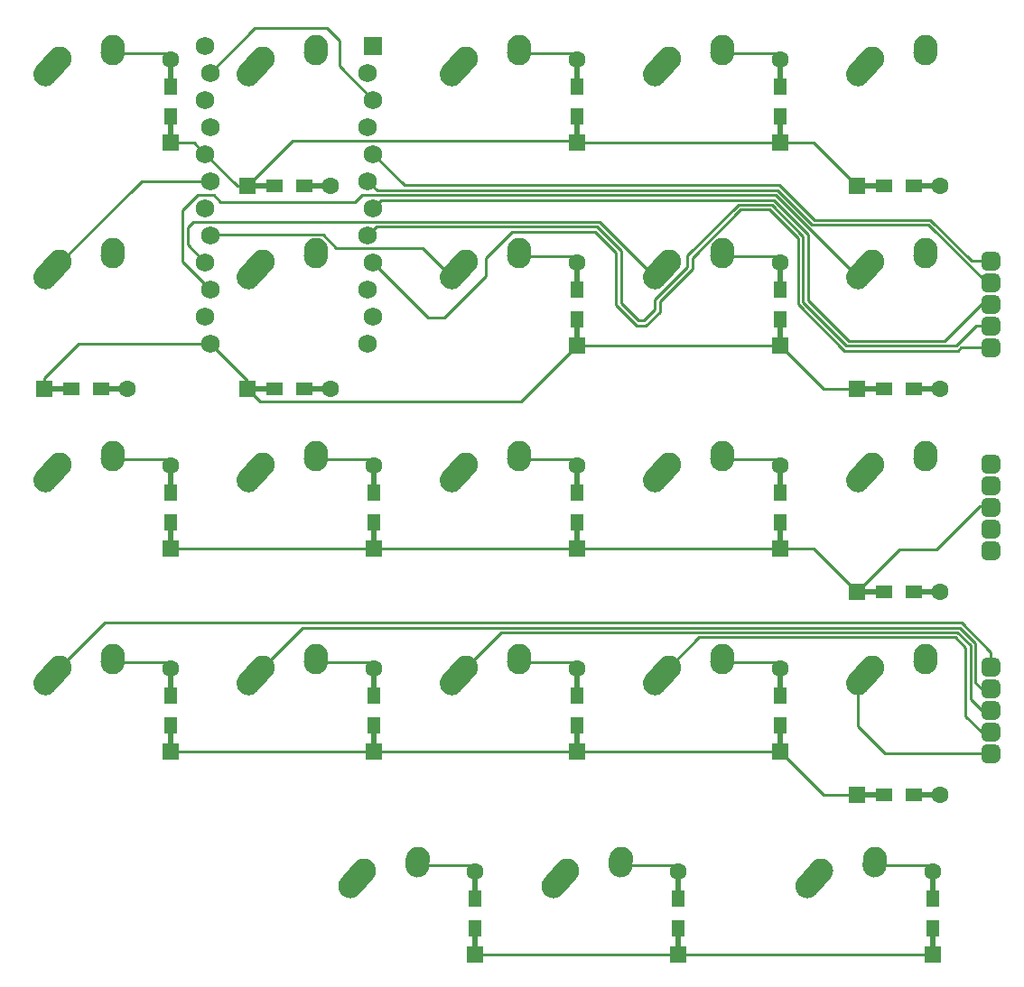
<source format=gbl>
%TF.GenerationSoftware,KiCad,Pcbnew,(5.1.12)-1*%
%TF.CreationDate,2022-01-01T12:52:38-05:00*%
%TF.ProjectId,my-keeb-1,6d792d6b-6565-4622-9d31-2e6b69636164,rev?*%
%TF.SameCoordinates,Original*%
%TF.FileFunction,Copper,L2,Bot*%
%TF.FilePolarity,Positive*%
%FSLAX46Y46*%
G04 Gerber Fmt 4.6, Leading zero omitted, Abs format (unit mm)*
G04 Created by KiCad (PCBNEW (5.1.12)-1) date 2022-01-01 12:52:38*
%MOMM*%
%LPD*%
G01*
G04 APERTURE LIST*
%TA.AperFunction,ComponentPad*%
%ADD10C,2.250000*%
%TD*%
%TA.AperFunction,ComponentPad*%
%ADD11C,1.752600*%
%TD*%
%TA.AperFunction,ComponentPad*%
%ADD12R,1.752600X1.752600*%
%TD*%
%TA.AperFunction,ComponentPad*%
%ADD13R,1.600000X1.600000*%
%TD*%
%TA.AperFunction,ComponentPad*%
%ADD14C,1.600000*%
%TD*%
%TA.AperFunction,SMDPad,CuDef*%
%ADD15R,0.500000X2.900000*%
%TD*%
%TA.AperFunction,SMDPad,CuDef*%
%ADD16R,1.200000X1.600000*%
%TD*%
%TA.AperFunction,SMDPad,CuDef*%
%ADD17R,2.900000X0.500000*%
%TD*%
%TA.AperFunction,SMDPad,CuDef*%
%ADD18R,1.600000X1.200000*%
%TD*%
%TA.AperFunction,Conductor*%
%ADD19C,0.254000*%
%TD*%
G04 APERTURE END LIST*
%TO.P,M3,5*%
%TO.N,COL9*%
%TA.AperFunction,ComponentPad*%
G36*
G01*
X107937300Y-36772850D02*
X107937300Y-37649150D01*
G75*
G02*
X107499150Y-38087300I-438150J0D01*
G01*
X106622850Y-38087300D01*
G75*
G02*
X106184700Y-37649150I0J438150D01*
G01*
X106184700Y-36772850D01*
G75*
G02*
X106622850Y-36334700I438150J0D01*
G01*
X107499150Y-36334700D01*
G75*
G02*
X107937300Y-36772850I0J-438150D01*
G01*
G37*
%TD.AperFunction*%
%TO.P,M3,4*%
%TO.N,COL8*%
%TA.AperFunction,ComponentPad*%
G36*
G01*
X107937300Y-38804850D02*
X107937300Y-39681150D01*
G75*
G02*
X107499150Y-40119300I-438150J0D01*
G01*
X106622850Y-40119300D01*
G75*
G02*
X106184700Y-39681150I0J438150D01*
G01*
X106184700Y-38804850D01*
G75*
G02*
X106622850Y-38366700I438150J0D01*
G01*
X107499150Y-38366700D01*
G75*
G02*
X107937300Y-38804850I0J-438150D01*
G01*
G37*
%TD.AperFunction*%
%TO.P,M3,3*%
%TO.N,COL7*%
%TA.AperFunction,ComponentPad*%
G36*
G01*
X107937300Y-40836850D02*
X107937300Y-41713150D01*
G75*
G02*
X107499150Y-42151300I-438150J0D01*
G01*
X106622850Y-42151300D01*
G75*
G02*
X106184700Y-41713150I0J438150D01*
G01*
X106184700Y-40836850D01*
G75*
G02*
X106622850Y-40398700I438150J0D01*
G01*
X107499150Y-40398700D01*
G75*
G02*
X107937300Y-40836850I0J-438150D01*
G01*
G37*
%TD.AperFunction*%
%TO.P,M3,2*%
%TO.N,COL6*%
%TA.AperFunction,ComponentPad*%
G36*
G01*
X107937300Y-42868850D02*
X107937300Y-43745150D01*
G75*
G02*
X107499150Y-44183300I-438150J0D01*
G01*
X106622850Y-44183300D01*
G75*
G02*
X106184700Y-43745150I0J438150D01*
G01*
X106184700Y-42868850D01*
G75*
G02*
X106622850Y-42430700I438150J0D01*
G01*
X107499150Y-42430700D01*
G75*
G02*
X107937300Y-42868850I0J-438150D01*
G01*
G37*
%TD.AperFunction*%
%TO.P,M3,1*%
%TO.N,COL5*%
%TA.AperFunction,ComponentPad*%
G36*
G01*
X107937300Y-44900850D02*
X107937300Y-45777150D01*
G75*
G02*
X107499150Y-46215300I-438150J0D01*
G01*
X106622850Y-46215300D01*
G75*
G02*
X106184700Y-45777150I0J438150D01*
G01*
X106184700Y-44900850D01*
G75*
G02*
X106622850Y-44462700I438150J0D01*
G01*
X107499150Y-44462700D01*
G75*
G02*
X107937300Y-44900850I0J-438150D01*
G01*
G37*
%TD.AperFunction*%
%TD*%
%TO.P,M2,5*%
%TO.N,COL4*%
%TA.AperFunction,ComponentPad*%
G36*
G01*
X106184700Y-83877150D02*
X106184700Y-83000850D01*
G75*
G02*
X106622850Y-82562700I438150J0D01*
G01*
X107499150Y-82562700D01*
G75*
G02*
X107937300Y-83000850I0J-438150D01*
G01*
X107937300Y-83877150D01*
G75*
G02*
X107499150Y-84315300I-438150J0D01*
G01*
X106622850Y-84315300D01*
G75*
G02*
X106184700Y-83877150I0J438150D01*
G01*
G37*
%TD.AperFunction*%
%TO.P,M2,4*%
%TO.N,COL3*%
%TA.AperFunction,ComponentPad*%
G36*
G01*
X106184700Y-81845150D02*
X106184700Y-80968850D01*
G75*
G02*
X106622850Y-80530700I438150J0D01*
G01*
X107499150Y-80530700D01*
G75*
G02*
X107937300Y-80968850I0J-438150D01*
G01*
X107937300Y-81845150D01*
G75*
G02*
X107499150Y-82283300I-438150J0D01*
G01*
X106622850Y-82283300D01*
G75*
G02*
X106184700Y-81845150I0J438150D01*
G01*
G37*
%TD.AperFunction*%
%TO.P,M2,3*%
%TO.N,COL2*%
%TA.AperFunction,ComponentPad*%
G36*
G01*
X106184700Y-79813150D02*
X106184700Y-78936850D01*
G75*
G02*
X106622850Y-78498700I438150J0D01*
G01*
X107499150Y-78498700D01*
G75*
G02*
X107937300Y-78936850I0J-438150D01*
G01*
X107937300Y-79813150D01*
G75*
G02*
X107499150Y-80251300I-438150J0D01*
G01*
X106622850Y-80251300D01*
G75*
G02*
X106184700Y-79813150I0J438150D01*
G01*
G37*
%TD.AperFunction*%
%TO.P,M2,2*%
%TO.N,COL1*%
%TA.AperFunction,ComponentPad*%
G36*
G01*
X106184700Y-77781150D02*
X106184700Y-76904850D01*
G75*
G02*
X106622850Y-76466700I438150J0D01*
G01*
X107499150Y-76466700D01*
G75*
G02*
X107937300Y-76904850I0J-438150D01*
G01*
X107937300Y-77781150D01*
G75*
G02*
X107499150Y-78219300I-438150J0D01*
G01*
X106622850Y-78219300D01*
G75*
G02*
X106184700Y-77781150I0J438150D01*
G01*
G37*
%TD.AperFunction*%
%TO.P,M2,1*%
%TO.N,COL0*%
%TA.AperFunction,ComponentPad*%
G36*
G01*
X106184700Y-75749150D02*
X106184700Y-74872850D01*
G75*
G02*
X106622850Y-74434700I438150J0D01*
G01*
X107499150Y-74434700D01*
G75*
G02*
X107937300Y-74872850I0J-438150D01*
G01*
X107937300Y-75749150D01*
G75*
G02*
X107499150Y-76187300I-438150J0D01*
G01*
X106622850Y-76187300D01*
G75*
G02*
X106184700Y-75749150I0J438150D01*
G01*
G37*
%TD.AperFunction*%
%TD*%
%TO.P,M1,5*%
%TO.N,ROW4*%
%TA.AperFunction,ComponentPad*%
G36*
G01*
X106184700Y-64827150D02*
X106184700Y-63950850D01*
G75*
G02*
X106622850Y-63512700I438150J0D01*
G01*
X107499150Y-63512700D01*
G75*
G02*
X107937300Y-63950850I0J-438150D01*
G01*
X107937300Y-64827150D01*
G75*
G02*
X107499150Y-65265300I-438150J0D01*
G01*
X106622850Y-65265300D01*
G75*
G02*
X106184700Y-64827150I0J438150D01*
G01*
G37*
%TD.AperFunction*%
%TO.P,M1,4*%
%TO.N,ROW3*%
%TA.AperFunction,ComponentPad*%
G36*
G01*
X106184700Y-62795150D02*
X106184700Y-61918850D01*
G75*
G02*
X106622850Y-61480700I438150J0D01*
G01*
X107499150Y-61480700D01*
G75*
G02*
X107937300Y-61918850I0J-438150D01*
G01*
X107937300Y-62795150D01*
G75*
G02*
X107499150Y-63233300I-438150J0D01*
G01*
X106622850Y-63233300D01*
G75*
G02*
X106184700Y-62795150I0J438150D01*
G01*
G37*
%TD.AperFunction*%
%TO.P,M1,3*%
%TO.N,ROW2*%
%TA.AperFunction,ComponentPad*%
G36*
G01*
X106184700Y-60763150D02*
X106184700Y-59886850D01*
G75*
G02*
X106622850Y-59448700I438150J0D01*
G01*
X107499150Y-59448700D01*
G75*
G02*
X107937300Y-59886850I0J-438150D01*
G01*
X107937300Y-60763150D01*
G75*
G02*
X107499150Y-61201300I-438150J0D01*
G01*
X106622850Y-61201300D01*
G75*
G02*
X106184700Y-60763150I0J438150D01*
G01*
G37*
%TD.AperFunction*%
%TO.P,M1,2*%
%TO.N,ROW1*%
%TA.AperFunction,ComponentPad*%
G36*
G01*
X106184700Y-58731150D02*
X106184700Y-57854850D01*
G75*
G02*
X106622850Y-57416700I438150J0D01*
G01*
X107499150Y-57416700D01*
G75*
G02*
X107937300Y-57854850I0J-438150D01*
G01*
X107937300Y-58731150D01*
G75*
G02*
X107499150Y-59169300I-438150J0D01*
G01*
X106622850Y-59169300D01*
G75*
G02*
X106184700Y-58731150I0J438150D01*
G01*
G37*
%TD.AperFunction*%
%TO.P,M1,1*%
%TO.N,ROW0*%
%TA.AperFunction,ComponentPad*%
G36*
G01*
X106184700Y-56699150D02*
X106184700Y-55822850D01*
G75*
G02*
X106622850Y-55384700I438150J0D01*
G01*
X107499150Y-55384700D01*
G75*
G02*
X107937300Y-55822850I0J-438150D01*
G01*
X107937300Y-56699150D01*
G75*
G02*
X107499150Y-57137300I-438150J0D01*
G01*
X106622850Y-57137300D01*
G75*
G02*
X106184700Y-56699150I0J438150D01*
G01*
G37*
%TD.AperFunction*%
%TD*%
D10*
%TO.P,MX19,1*%
%TO.N,COL4*%
X95925000Y-18225000D03*
%TA.AperFunction,ComponentPad*%
G36*
G01*
X93863688Y-20522350D02*
X93863683Y-20522345D01*
G75*
G02*
X93777655Y-18933683I751317J837345D01*
G01*
X95087657Y-17473683D01*
G75*
G02*
X96676319Y-17387655I837345J-751317D01*
G01*
X96676319Y-17387655D01*
G75*
G02*
X96762347Y-18976317I-751317J-837345D01*
G01*
X95452345Y-20436317D01*
G75*
G02*
X93863683Y-20522345I-837345J751317D01*
G01*
G37*
%TD.AperFunction*%
%TO.P,MX19,2*%
%TO.N,Net-(D19-Pad2)*%
X100965000Y-17145000D03*
%TA.AperFunction,ComponentPad*%
G36*
G01*
X100848483Y-18847395D02*
X100847597Y-18847334D01*
G75*
G02*
X99802666Y-17647597I77403J1122334D01*
G01*
X99842666Y-17067597D01*
G75*
G02*
X101042403Y-16022666I1122334J-77403D01*
G01*
X101042403Y-16022666D01*
G75*
G02*
X102087334Y-17222403I-77403J-1122334D01*
G01*
X102047334Y-17802403D01*
G75*
G02*
X100847597Y-18847334I-1122334J77403D01*
G01*
G37*
%TD.AperFunction*%
%TD*%
D11*
%TO.P,U1,24*%
%TO.N,Net-(U1-Pad24)*%
X33426400Y-16986250D03*
%TO.P,U1,12*%
%TO.N,ROW2*%
X48666400Y-44926250D03*
%TO.P,U1,23*%
%TO.N,GND*%
X33883600Y-19526250D03*
%TO.P,U1,22*%
%TO.N,Net-(SW1-Pad1)*%
X33426400Y-22066250D03*
%TO.P,U1,21*%
%TO.N,VCC*%
X33883600Y-24606250D03*
%TO.P,U1,20*%
%TO.N,ROW0*%
X33426400Y-27146250D03*
%TO.P,U1,19*%
%TO.N,COL0*%
X33883600Y-29686250D03*
%TO.P,U1,18*%
%TO.N,COL1*%
X33426400Y-32226250D03*
%TO.P,U1,17*%
%TO.N,COL2*%
X33883600Y-34766250D03*
%TO.P,U1,16*%
%TO.N,COL3*%
X33426400Y-37306250D03*
%TO.P,U1,15*%
%TO.N,COL4*%
X33883600Y-39846250D03*
%TO.P,U1,14*%
%TO.N,Net-(U1-Pad14)*%
X33426400Y-42386250D03*
%TO.P,U1,13*%
%TO.N,ROW1*%
X33883600Y-44926250D03*
%TO.P,U1,11*%
%TO.N,ROW3*%
X49123600Y-42386250D03*
%TO.P,U1,10*%
%TO.N,ROW4*%
X48666400Y-39846250D03*
%TO.P,U1,9*%
%TO.N,COL5*%
X49123600Y-37306250D03*
%TO.P,U1,8*%
%TO.N,COL6*%
X48666400Y-34766250D03*
%TO.P,U1,7*%
%TO.N,COL7*%
X49123600Y-32226250D03*
%TO.P,U1,6*%
%TO.N,COL8*%
X48666400Y-29686250D03*
%TO.P,U1,5*%
%TO.N,COL9*%
X49123600Y-27146250D03*
%TO.P,U1,4*%
%TO.N,GND*%
X48666400Y-24606250D03*
%TO.P,U1,3*%
X49123600Y-22066250D03*
%TO.P,U1,2*%
%TO.N,Net-(U1-Pad2)*%
X48666400Y-19526250D03*
D12*
%TO.P,U1,1*%
%TO.N,Net-(U1-Pad1)*%
X49123600Y-16986250D03*
%TD*%
%TO.P,MX23,2*%
%TO.N,Net-(D23-Pad2)*%
%TA.AperFunction,ComponentPad*%
G36*
G01*
X96085983Y-95047395D02*
X96085097Y-95047334D01*
G75*
G02*
X95040166Y-93847597I77403J1122334D01*
G01*
X95080166Y-93267597D01*
G75*
G02*
X96279903Y-92222666I1122334J-77403D01*
G01*
X96279903Y-92222666D01*
G75*
G02*
X97324834Y-93422403I-77403J-1122334D01*
G01*
X97284834Y-94002403D01*
G75*
G02*
X96085097Y-95047334I-1122334J77403D01*
G01*
G37*
%TD.AperFunction*%
D10*
X96202500Y-93345000D03*
%TO.P,MX23,1*%
%TO.N,COL4*%
%TA.AperFunction,ComponentPad*%
G36*
G01*
X89101188Y-96722350D02*
X89101183Y-96722345D01*
G75*
G02*
X89015155Y-95133683I751317J837345D01*
G01*
X90325157Y-93673683D01*
G75*
G02*
X91913819Y-93587655I837345J-751317D01*
G01*
X91913819Y-93587655D01*
G75*
G02*
X91999847Y-95176317I-751317J-837345D01*
G01*
X90689845Y-96636317D01*
G75*
G02*
X89101183Y-96722345I-837345J751317D01*
G01*
G37*
%TD.AperFunction*%
X91162500Y-94425000D03*
%TD*%
%TO.P,MX22,2*%
%TO.N,Net-(D22-Pad2)*%
%TA.AperFunction,ComponentPad*%
G36*
G01*
X100848483Y-75997395D02*
X100847597Y-75997334D01*
G75*
G02*
X99802666Y-74797597I77403J1122334D01*
G01*
X99842666Y-74217597D01*
G75*
G02*
X101042403Y-73172666I1122334J-77403D01*
G01*
X101042403Y-73172666D01*
G75*
G02*
X102087334Y-74372403I-77403J-1122334D01*
G01*
X102047334Y-74952403D01*
G75*
G02*
X100847597Y-75997334I-1122334J77403D01*
G01*
G37*
%TD.AperFunction*%
X100965000Y-74295000D03*
%TO.P,MX22,1*%
%TO.N,COL4*%
%TA.AperFunction,ComponentPad*%
G36*
G01*
X93863688Y-77672350D02*
X93863683Y-77672345D01*
G75*
G02*
X93777655Y-76083683I751317J837345D01*
G01*
X95087657Y-74623683D01*
G75*
G02*
X96676319Y-74537655I837345J-751317D01*
G01*
X96676319Y-74537655D01*
G75*
G02*
X96762347Y-76126317I-751317J-837345D01*
G01*
X95452345Y-77586317D01*
G75*
G02*
X93863683Y-77672345I-837345J751317D01*
G01*
G37*
%TD.AperFunction*%
X95925000Y-75375000D03*
%TD*%
%TO.P,MX21,2*%
%TO.N,Net-(D21-Pad2)*%
%TA.AperFunction,ComponentPad*%
G36*
G01*
X100848483Y-56947395D02*
X100847597Y-56947334D01*
G75*
G02*
X99802666Y-55747597I77403J1122334D01*
G01*
X99842666Y-55167597D01*
G75*
G02*
X101042403Y-54122666I1122334J-77403D01*
G01*
X101042403Y-54122666D01*
G75*
G02*
X102087334Y-55322403I-77403J-1122334D01*
G01*
X102047334Y-55902403D01*
G75*
G02*
X100847597Y-56947334I-1122334J77403D01*
G01*
G37*
%TD.AperFunction*%
X100965000Y-55245000D03*
%TO.P,MX21,1*%
%TO.N,COL4*%
%TA.AperFunction,ComponentPad*%
G36*
G01*
X93863688Y-58622350D02*
X93863683Y-58622345D01*
G75*
G02*
X93777655Y-57033683I751317J837345D01*
G01*
X95087657Y-55573683D01*
G75*
G02*
X96676319Y-55487655I837345J-751317D01*
G01*
X96676319Y-55487655D01*
G75*
G02*
X96762347Y-57076317I-751317J-837345D01*
G01*
X95452345Y-58536317D01*
G75*
G02*
X93863683Y-58622345I-837345J751317D01*
G01*
G37*
%TD.AperFunction*%
X95925000Y-56325000D03*
%TD*%
%TO.P,MX20,2*%
%TO.N,Net-(D20-Pad2)*%
%TA.AperFunction,ComponentPad*%
G36*
G01*
X100848483Y-37897395D02*
X100847597Y-37897334D01*
G75*
G02*
X99802666Y-36697597I77403J1122334D01*
G01*
X99842666Y-36117597D01*
G75*
G02*
X101042403Y-35072666I1122334J-77403D01*
G01*
X101042403Y-35072666D01*
G75*
G02*
X102087334Y-36272403I-77403J-1122334D01*
G01*
X102047334Y-36852403D01*
G75*
G02*
X100847597Y-37897334I-1122334J77403D01*
G01*
G37*
%TD.AperFunction*%
X100965000Y-36195000D03*
%TO.P,MX20,1*%
%TO.N,COL4*%
%TA.AperFunction,ComponentPad*%
G36*
G01*
X93863688Y-39572350D02*
X93863683Y-39572345D01*
G75*
G02*
X93777655Y-37983683I751317J837345D01*
G01*
X95087657Y-36523683D01*
G75*
G02*
X96676319Y-36437655I837345J-751317D01*
G01*
X96676319Y-36437655D01*
G75*
G02*
X96762347Y-38026317I-751317J-837345D01*
G01*
X95452345Y-39486317D01*
G75*
G02*
X93863683Y-39572345I-837345J751317D01*
G01*
G37*
%TD.AperFunction*%
X95925000Y-37275000D03*
%TD*%
%TO.P,MX18,2*%
%TO.N,Net-(D18-Pad2)*%
%TA.AperFunction,ComponentPad*%
G36*
G01*
X72273483Y-95047395D02*
X72272597Y-95047334D01*
G75*
G02*
X71227666Y-93847597I77403J1122334D01*
G01*
X71267666Y-93267597D01*
G75*
G02*
X72467403Y-92222666I1122334J-77403D01*
G01*
X72467403Y-92222666D01*
G75*
G02*
X73512334Y-93422403I-77403J-1122334D01*
G01*
X73472334Y-94002403D01*
G75*
G02*
X72272597Y-95047334I-1122334J77403D01*
G01*
G37*
%TD.AperFunction*%
X72390000Y-93345000D03*
%TO.P,MX18,1*%
%TO.N,COL3*%
%TA.AperFunction,ComponentPad*%
G36*
G01*
X65288688Y-96722350D02*
X65288683Y-96722345D01*
G75*
G02*
X65202655Y-95133683I751317J837345D01*
G01*
X66512657Y-93673683D01*
G75*
G02*
X68101319Y-93587655I837345J-751317D01*
G01*
X68101319Y-93587655D01*
G75*
G02*
X68187347Y-95176317I-751317J-837345D01*
G01*
X66877345Y-96636317D01*
G75*
G02*
X65288683Y-96722345I-837345J751317D01*
G01*
G37*
%TD.AperFunction*%
X67350000Y-94425000D03*
%TD*%
%TO.P,MX17,2*%
%TO.N,Net-(D17-Pad2)*%
%TA.AperFunction,ComponentPad*%
G36*
G01*
X81798483Y-75997395D02*
X81797597Y-75997334D01*
G75*
G02*
X80752666Y-74797597I77403J1122334D01*
G01*
X80792666Y-74217597D01*
G75*
G02*
X81992403Y-73172666I1122334J-77403D01*
G01*
X81992403Y-73172666D01*
G75*
G02*
X83037334Y-74372403I-77403J-1122334D01*
G01*
X82997334Y-74952403D01*
G75*
G02*
X81797597Y-75997334I-1122334J77403D01*
G01*
G37*
%TD.AperFunction*%
X81915000Y-74295000D03*
%TO.P,MX17,1*%
%TO.N,COL3*%
%TA.AperFunction,ComponentPad*%
G36*
G01*
X74813688Y-77672350D02*
X74813683Y-77672345D01*
G75*
G02*
X74727655Y-76083683I751317J837345D01*
G01*
X76037657Y-74623683D01*
G75*
G02*
X77626319Y-74537655I837345J-751317D01*
G01*
X77626319Y-74537655D01*
G75*
G02*
X77712347Y-76126317I-751317J-837345D01*
G01*
X76402345Y-77586317D01*
G75*
G02*
X74813683Y-77672345I-837345J751317D01*
G01*
G37*
%TD.AperFunction*%
X76875000Y-75375000D03*
%TD*%
%TO.P,MX16,2*%
%TO.N,Net-(D16-Pad2)*%
%TA.AperFunction,ComponentPad*%
G36*
G01*
X81798483Y-56947395D02*
X81797597Y-56947334D01*
G75*
G02*
X80752666Y-55747597I77403J1122334D01*
G01*
X80792666Y-55167597D01*
G75*
G02*
X81992403Y-54122666I1122334J-77403D01*
G01*
X81992403Y-54122666D01*
G75*
G02*
X83037334Y-55322403I-77403J-1122334D01*
G01*
X82997334Y-55902403D01*
G75*
G02*
X81797597Y-56947334I-1122334J77403D01*
G01*
G37*
%TD.AperFunction*%
X81915000Y-55245000D03*
%TO.P,MX16,1*%
%TO.N,COL3*%
%TA.AperFunction,ComponentPad*%
G36*
G01*
X74813688Y-58622350D02*
X74813683Y-58622345D01*
G75*
G02*
X74727655Y-57033683I751317J837345D01*
G01*
X76037657Y-55573683D01*
G75*
G02*
X77626319Y-55487655I837345J-751317D01*
G01*
X77626319Y-55487655D01*
G75*
G02*
X77712347Y-57076317I-751317J-837345D01*
G01*
X76402345Y-58536317D01*
G75*
G02*
X74813683Y-58622345I-837345J751317D01*
G01*
G37*
%TD.AperFunction*%
X76875000Y-56325000D03*
%TD*%
%TO.P,MX15,2*%
%TO.N,Net-(D15-Pad2)*%
%TA.AperFunction,ComponentPad*%
G36*
G01*
X81798483Y-37897395D02*
X81797597Y-37897334D01*
G75*
G02*
X80752666Y-36697597I77403J1122334D01*
G01*
X80792666Y-36117597D01*
G75*
G02*
X81992403Y-35072666I1122334J-77403D01*
G01*
X81992403Y-35072666D01*
G75*
G02*
X83037334Y-36272403I-77403J-1122334D01*
G01*
X82997334Y-36852403D01*
G75*
G02*
X81797597Y-37897334I-1122334J77403D01*
G01*
G37*
%TD.AperFunction*%
X81915000Y-36195000D03*
%TO.P,MX15,1*%
%TO.N,COL3*%
%TA.AperFunction,ComponentPad*%
G36*
G01*
X74813688Y-39572350D02*
X74813683Y-39572345D01*
G75*
G02*
X74727655Y-37983683I751317J837345D01*
G01*
X76037657Y-36523683D01*
G75*
G02*
X77626319Y-36437655I837345J-751317D01*
G01*
X77626319Y-36437655D01*
G75*
G02*
X77712347Y-38026317I-751317J-837345D01*
G01*
X76402345Y-39486317D01*
G75*
G02*
X74813683Y-39572345I-837345J751317D01*
G01*
G37*
%TD.AperFunction*%
X76875000Y-37275000D03*
%TD*%
%TO.P,MX14,2*%
%TO.N,Net-(D14-Pad2)*%
%TA.AperFunction,ComponentPad*%
G36*
G01*
X81798483Y-18847395D02*
X81797597Y-18847334D01*
G75*
G02*
X80752666Y-17647597I77403J1122334D01*
G01*
X80792666Y-17067597D01*
G75*
G02*
X81992403Y-16022666I1122334J-77403D01*
G01*
X81992403Y-16022666D01*
G75*
G02*
X83037334Y-17222403I-77403J-1122334D01*
G01*
X82997334Y-17802403D01*
G75*
G02*
X81797597Y-18847334I-1122334J77403D01*
G01*
G37*
%TD.AperFunction*%
X81915000Y-17145000D03*
%TO.P,MX14,1*%
%TO.N,COL3*%
%TA.AperFunction,ComponentPad*%
G36*
G01*
X74813688Y-20522350D02*
X74813683Y-20522345D01*
G75*
G02*
X74727655Y-18933683I751317J837345D01*
G01*
X76037657Y-17473683D01*
G75*
G02*
X77626319Y-17387655I837345J-751317D01*
G01*
X77626319Y-17387655D01*
G75*
G02*
X77712347Y-18976317I-751317J-837345D01*
G01*
X76402345Y-20436317D01*
G75*
G02*
X74813683Y-20522345I-837345J751317D01*
G01*
G37*
%TD.AperFunction*%
X76875000Y-18225000D03*
%TD*%
%TO.P,MX13,2*%
%TO.N,Net-(D13-Pad2)*%
%TA.AperFunction,ComponentPad*%
G36*
G01*
X53223483Y-95047395D02*
X53222597Y-95047334D01*
G75*
G02*
X52177666Y-93847597I77403J1122334D01*
G01*
X52217666Y-93267597D01*
G75*
G02*
X53417403Y-92222666I1122334J-77403D01*
G01*
X53417403Y-92222666D01*
G75*
G02*
X54462334Y-93422403I-77403J-1122334D01*
G01*
X54422334Y-94002403D01*
G75*
G02*
X53222597Y-95047334I-1122334J77403D01*
G01*
G37*
%TD.AperFunction*%
X53340000Y-93345000D03*
%TO.P,MX13,1*%
%TO.N,COL2*%
%TA.AperFunction,ComponentPad*%
G36*
G01*
X46238688Y-96722350D02*
X46238683Y-96722345D01*
G75*
G02*
X46152655Y-95133683I751317J837345D01*
G01*
X47462657Y-93673683D01*
G75*
G02*
X49051319Y-93587655I837345J-751317D01*
G01*
X49051319Y-93587655D01*
G75*
G02*
X49137347Y-95176317I-751317J-837345D01*
G01*
X47827345Y-96636317D01*
G75*
G02*
X46238683Y-96722345I-837345J751317D01*
G01*
G37*
%TD.AperFunction*%
X48300000Y-94425000D03*
%TD*%
%TO.P,MX12,2*%
%TO.N,Net-(D12-Pad2)*%
%TA.AperFunction,ComponentPad*%
G36*
G01*
X62748483Y-75997395D02*
X62747597Y-75997334D01*
G75*
G02*
X61702666Y-74797597I77403J1122334D01*
G01*
X61742666Y-74217597D01*
G75*
G02*
X62942403Y-73172666I1122334J-77403D01*
G01*
X62942403Y-73172666D01*
G75*
G02*
X63987334Y-74372403I-77403J-1122334D01*
G01*
X63947334Y-74952403D01*
G75*
G02*
X62747597Y-75997334I-1122334J77403D01*
G01*
G37*
%TD.AperFunction*%
X62865000Y-74295000D03*
%TO.P,MX12,1*%
%TO.N,COL2*%
%TA.AperFunction,ComponentPad*%
G36*
G01*
X55763688Y-77672350D02*
X55763683Y-77672345D01*
G75*
G02*
X55677655Y-76083683I751317J837345D01*
G01*
X56987657Y-74623683D01*
G75*
G02*
X58576319Y-74537655I837345J-751317D01*
G01*
X58576319Y-74537655D01*
G75*
G02*
X58662347Y-76126317I-751317J-837345D01*
G01*
X57352345Y-77586317D01*
G75*
G02*
X55763683Y-77672345I-837345J751317D01*
G01*
G37*
%TD.AperFunction*%
X57825000Y-75375000D03*
%TD*%
%TO.P,MX11,2*%
%TO.N,Net-(D11-Pad2)*%
%TA.AperFunction,ComponentPad*%
G36*
G01*
X62748483Y-56947395D02*
X62747597Y-56947334D01*
G75*
G02*
X61702666Y-55747597I77403J1122334D01*
G01*
X61742666Y-55167597D01*
G75*
G02*
X62942403Y-54122666I1122334J-77403D01*
G01*
X62942403Y-54122666D01*
G75*
G02*
X63987334Y-55322403I-77403J-1122334D01*
G01*
X63947334Y-55902403D01*
G75*
G02*
X62747597Y-56947334I-1122334J77403D01*
G01*
G37*
%TD.AperFunction*%
X62865000Y-55245000D03*
%TO.P,MX11,1*%
%TO.N,COL2*%
%TA.AperFunction,ComponentPad*%
G36*
G01*
X55763688Y-58622350D02*
X55763683Y-58622345D01*
G75*
G02*
X55677655Y-57033683I751317J837345D01*
G01*
X56987657Y-55573683D01*
G75*
G02*
X58576319Y-55487655I837345J-751317D01*
G01*
X58576319Y-55487655D01*
G75*
G02*
X58662347Y-57076317I-751317J-837345D01*
G01*
X57352345Y-58536317D01*
G75*
G02*
X55763683Y-58622345I-837345J751317D01*
G01*
G37*
%TD.AperFunction*%
X57825000Y-56325000D03*
%TD*%
%TO.P,MX10,2*%
%TO.N,Net-(D10-Pad2)*%
%TA.AperFunction,ComponentPad*%
G36*
G01*
X62748483Y-37897395D02*
X62747597Y-37897334D01*
G75*
G02*
X61702666Y-36697597I77403J1122334D01*
G01*
X61742666Y-36117597D01*
G75*
G02*
X62942403Y-35072666I1122334J-77403D01*
G01*
X62942403Y-35072666D01*
G75*
G02*
X63987334Y-36272403I-77403J-1122334D01*
G01*
X63947334Y-36852403D01*
G75*
G02*
X62747597Y-37897334I-1122334J77403D01*
G01*
G37*
%TD.AperFunction*%
X62865000Y-36195000D03*
%TO.P,MX10,1*%
%TO.N,COL2*%
%TA.AperFunction,ComponentPad*%
G36*
G01*
X55763688Y-39572350D02*
X55763683Y-39572345D01*
G75*
G02*
X55677655Y-37983683I751317J837345D01*
G01*
X56987657Y-36523683D01*
G75*
G02*
X58576319Y-36437655I837345J-751317D01*
G01*
X58576319Y-36437655D01*
G75*
G02*
X58662347Y-38026317I-751317J-837345D01*
G01*
X57352345Y-39486317D01*
G75*
G02*
X55763683Y-39572345I-837345J751317D01*
G01*
G37*
%TD.AperFunction*%
X57825000Y-37275000D03*
%TD*%
%TO.P,MX9,2*%
%TO.N,Net-(D9-Pad2)*%
%TA.AperFunction,ComponentPad*%
G36*
G01*
X62748483Y-18847395D02*
X62747597Y-18847334D01*
G75*
G02*
X61702666Y-17647597I77403J1122334D01*
G01*
X61742666Y-17067597D01*
G75*
G02*
X62942403Y-16022666I1122334J-77403D01*
G01*
X62942403Y-16022666D01*
G75*
G02*
X63987334Y-17222403I-77403J-1122334D01*
G01*
X63947334Y-17802403D01*
G75*
G02*
X62747597Y-18847334I-1122334J77403D01*
G01*
G37*
%TD.AperFunction*%
X62865000Y-17145000D03*
%TO.P,MX9,1*%
%TO.N,COL2*%
%TA.AperFunction,ComponentPad*%
G36*
G01*
X55763688Y-20522350D02*
X55763683Y-20522345D01*
G75*
G02*
X55677655Y-18933683I751317J837345D01*
G01*
X56987657Y-17473683D01*
G75*
G02*
X58576319Y-17387655I837345J-751317D01*
G01*
X58576319Y-17387655D01*
G75*
G02*
X58662347Y-18976317I-751317J-837345D01*
G01*
X57352345Y-20436317D01*
G75*
G02*
X55763683Y-20522345I-837345J751317D01*
G01*
G37*
%TD.AperFunction*%
X57825000Y-18225000D03*
%TD*%
%TO.P,MX8,2*%
%TO.N,Net-(D8-Pad2)*%
%TA.AperFunction,ComponentPad*%
G36*
G01*
X43698483Y-75997395D02*
X43697597Y-75997334D01*
G75*
G02*
X42652666Y-74797597I77403J1122334D01*
G01*
X42692666Y-74217597D01*
G75*
G02*
X43892403Y-73172666I1122334J-77403D01*
G01*
X43892403Y-73172666D01*
G75*
G02*
X44937334Y-74372403I-77403J-1122334D01*
G01*
X44897334Y-74952403D01*
G75*
G02*
X43697597Y-75997334I-1122334J77403D01*
G01*
G37*
%TD.AperFunction*%
X43815000Y-74295000D03*
%TO.P,MX8,1*%
%TO.N,COL1*%
%TA.AperFunction,ComponentPad*%
G36*
G01*
X36713688Y-77672350D02*
X36713683Y-77672345D01*
G75*
G02*
X36627655Y-76083683I751317J837345D01*
G01*
X37937657Y-74623683D01*
G75*
G02*
X39526319Y-74537655I837345J-751317D01*
G01*
X39526319Y-74537655D01*
G75*
G02*
X39612347Y-76126317I-751317J-837345D01*
G01*
X38302345Y-77586317D01*
G75*
G02*
X36713683Y-77672345I-837345J751317D01*
G01*
G37*
%TD.AperFunction*%
X38775000Y-75375000D03*
%TD*%
%TO.P,MX7,2*%
%TO.N,Net-(D7-Pad2)*%
%TA.AperFunction,ComponentPad*%
G36*
G01*
X43698483Y-56947395D02*
X43697597Y-56947334D01*
G75*
G02*
X42652666Y-55747597I77403J1122334D01*
G01*
X42692666Y-55167597D01*
G75*
G02*
X43892403Y-54122666I1122334J-77403D01*
G01*
X43892403Y-54122666D01*
G75*
G02*
X44937334Y-55322403I-77403J-1122334D01*
G01*
X44897334Y-55902403D01*
G75*
G02*
X43697597Y-56947334I-1122334J77403D01*
G01*
G37*
%TD.AperFunction*%
X43815000Y-55245000D03*
%TO.P,MX7,1*%
%TO.N,COL1*%
%TA.AperFunction,ComponentPad*%
G36*
G01*
X36713688Y-58622350D02*
X36713683Y-58622345D01*
G75*
G02*
X36627655Y-57033683I751317J837345D01*
G01*
X37937657Y-55573683D01*
G75*
G02*
X39526319Y-55487655I837345J-751317D01*
G01*
X39526319Y-55487655D01*
G75*
G02*
X39612347Y-57076317I-751317J-837345D01*
G01*
X38302345Y-58536317D01*
G75*
G02*
X36713683Y-58622345I-837345J751317D01*
G01*
G37*
%TD.AperFunction*%
X38775000Y-56325000D03*
%TD*%
%TO.P,MX6,2*%
%TO.N,Net-(D6-Pad2)*%
%TA.AperFunction,ComponentPad*%
G36*
G01*
X43698483Y-37897395D02*
X43697597Y-37897334D01*
G75*
G02*
X42652666Y-36697597I77403J1122334D01*
G01*
X42692666Y-36117597D01*
G75*
G02*
X43892403Y-35072666I1122334J-77403D01*
G01*
X43892403Y-35072666D01*
G75*
G02*
X44937334Y-36272403I-77403J-1122334D01*
G01*
X44897334Y-36852403D01*
G75*
G02*
X43697597Y-37897334I-1122334J77403D01*
G01*
G37*
%TD.AperFunction*%
X43815000Y-36195000D03*
%TO.P,MX6,1*%
%TO.N,COL1*%
%TA.AperFunction,ComponentPad*%
G36*
G01*
X36713688Y-39572350D02*
X36713683Y-39572345D01*
G75*
G02*
X36627655Y-37983683I751317J837345D01*
G01*
X37937657Y-36523683D01*
G75*
G02*
X39526319Y-36437655I837345J-751317D01*
G01*
X39526319Y-36437655D01*
G75*
G02*
X39612347Y-38026317I-751317J-837345D01*
G01*
X38302345Y-39486317D01*
G75*
G02*
X36713683Y-39572345I-837345J751317D01*
G01*
G37*
%TD.AperFunction*%
X38775000Y-37275000D03*
%TD*%
%TO.P,MX5,2*%
%TO.N,Net-(D5-Pad2)*%
%TA.AperFunction,ComponentPad*%
G36*
G01*
X43698483Y-18847395D02*
X43697597Y-18847334D01*
G75*
G02*
X42652666Y-17647597I77403J1122334D01*
G01*
X42692666Y-17067597D01*
G75*
G02*
X43892403Y-16022666I1122334J-77403D01*
G01*
X43892403Y-16022666D01*
G75*
G02*
X44937334Y-17222403I-77403J-1122334D01*
G01*
X44897334Y-17802403D01*
G75*
G02*
X43697597Y-18847334I-1122334J77403D01*
G01*
G37*
%TD.AperFunction*%
X43815000Y-17145000D03*
%TO.P,MX5,1*%
%TO.N,COL1*%
%TA.AperFunction,ComponentPad*%
G36*
G01*
X36713688Y-20522350D02*
X36713683Y-20522345D01*
G75*
G02*
X36627655Y-18933683I751317J837345D01*
G01*
X37937657Y-17473683D01*
G75*
G02*
X39526319Y-17387655I837345J-751317D01*
G01*
X39526319Y-17387655D01*
G75*
G02*
X39612347Y-18976317I-751317J-837345D01*
G01*
X38302345Y-20436317D01*
G75*
G02*
X36713683Y-20522345I-837345J751317D01*
G01*
G37*
%TD.AperFunction*%
X38775000Y-18225000D03*
%TD*%
%TO.P,MX4,2*%
%TO.N,Net-(D4-Pad2)*%
%TA.AperFunction,ComponentPad*%
G36*
G01*
X24648483Y-75997395D02*
X24647597Y-75997334D01*
G75*
G02*
X23602666Y-74797597I77403J1122334D01*
G01*
X23642666Y-74217597D01*
G75*
G02*
X24842403Y-73172666I1122334J-77403D01*
G01*
X24842403Y-73172666D01*
G75*
G02*
X25887334Y-74372403I-77403J-1122334D01*
G01*
X25847334Y-74952403D01*
G75*
G02*
X24647597Y-75997334I-1122334J77403D01*
G01*
G37*
%TD.AperFunction*%
X24765000Y-74295000D03*
%TO.P,MX4,1*%
%TO.N,COL0*%
%TA.AperFunction,ComponentPad*%
G36*
G01*
X17663688Y-77672350D02*
X17663683Y-77672345D01*
G75*
G02*
X17577655Y-76083683I751317J837345D01*
G01*
X18887657Y-74623683D01*
G75*
G02*
X20476319Y-74537655I837345J-751317D01*
G01*
X20476319Y-74537655D01*
G75*
G02*
X20562347Y-76126317I-751317J-837345D01*
G01*
X19252345Y-77586317D01*
G75*
G02*
X17663683Y-77672345I-837345J751317D01*
G01*
G37*
%TD.AperFunction*%
X19725000Y-75375000D03*
%TD*%
%TO.P,MX3,2*%
%TO.N,Net-(D3-Pad2)*%
%TA.AperFunction,ComponentPad*%
G36*
G01*
X24648483Y-56947395D02*
X24647597Y-56947334D01*
G75*
G02*
X23602666Y-55747597I77403J1122334D01*
G01*
X23642666Y-55167597D01*
G75*
G02*
X24842403Y-54122666I1122334J-77403D01*
G01*
X24842403Y-54122666D01*
G75*
G02*
X25887334Y-55322403I-77403J-1122334D01*
G01*
X25847334Y-55902403D01*
G75*
G02*
X24647597Y-56947334I-1122334J77403D01*
G01*
G37*
%TD.AperFunction*%
X24765000Y-55245000D03*
%TO.P,MX3,1*%
%TO.N,COL0*%
%TA.AperFunction,ComponentPad*%
G36*
G01*
X17663688Y-58622350D02*
X17663683Y-58622345D01*
G75*
G02*
X17577655Y-57033683I751317J837345D01*
G01*
X18887657Y-55573683D01*
G75*
G02*
X20476319Y-55487655I837345J-751317D01*
G01*
X20476319Y-55487655D01*
G75*
G02*
X20562347Y-57076317I-751317J-837345D01*
G01*
X19252345Y-58536317D01*
G75*
G02*
X17663683Y-58622345I-837345J751317D01*
G01*
G37*
%TD.AperFunction*%
X19725000Y-56325000D03*
%TD*%
%TO.P,MX2,2*%
%TO.N,Net-(D2-Pad2)*%
%TA.AperFunction,ComponentPad*%
G36*
G01*
X24648483Y-37897395D02*
X24647597Y-37897334D01*
G75*
G02*
X23602666Y-36697597I77403J1122334D01*
G01*
X23642666Y-36117597D01*
G75*
G02*
X24842403Y-35072666I1122334J-77403D01*
G01*
X24842403Y-35072666D01*
G75*
G02*
X25887334Y-36272403I-77403J-1122334D01*
G01*
X25847334Y-36852403D01*
G75*
G02*
X24647597Y-37897334I-1122334J77403D01*
G01*
G37*
%TD.AperFunction*%
X24765000Y-36195000D03*
%TO.P,MX2,1*%
%TO.N,COL0*%
%TA.AperFunction,ComponentPad*%
G36*
G01*
X17663688Y-39572350D02*
X17663683Y-39572345D01*
G75*
G02*
X17577655Y-37983683I751317J837345D01*
G01*
X18887657Y-36523683D01*
G75*
G02*
X20476319Y-36437655I837345J-751317D01*
G01*
X20476319Y-36437655D01*
G75*
G02*
X20562347Y-38026317I-751317J-837345D01*
G01*
X19252345Y-39486317D01*
G75*
G02*
X17663683Y-39572345I-837345J751317D01*
G01*
G37*
%TD.AperFunction*%
X19725000Y-37275000D03*
%TD*%
%TO.P,MX1,2*%
%TO.N,Net-(D1-Pad2)*%
%TA.AperFunction,ComponentPad*%
G36*
G01*
X24648483Y-18847395D02*
X24647597Y-18847334D01*
G75*
G02*
X23602666Y-17647597I77403J1122334D01*
G01*
X23642666Y-17067597D01*
G75*
G02*
X24842403Y-16022666I1122334J-77403D01*
G01*
X24842403Y-16022666D01*
G75*
G02*
X25887334Y-17222403I-77403J-1122334D01*
G01*
X25847334Y-17802403D01*
G75*
G02*
X24647597Y-18847334I-1122334J77403D01*
G01*
G37*
%TD.AperFunction*%
X24765000Y-17145000D03*
%TO.P,MX1,1*%
%TO.N,COL0*%
%TA.AperFunction,ComponentPad*%
G36*
G01*
X17663688Y-20522350D02*
X17663683Y-20522345D01*
G75*
G02*
X17577655Y-18933683I751317J837345D01*
G01*
X18887657Y-17473683D01*
G75*
G02*
X20476319Y-17387655I837345J-751317D01*
G01*
X20476319Y-17387655D01*
G75*
G02*
X20562347Y-18976317I-751317J-837345D01*
G01*
X19252345Y-20436317D01*
G75*
G02*
X17663683Y-20522345I-837345J751317D01*
G01*
G37*
%TD.AperFunction*%
X19725000Y-18225000D03*
%TD*%
D13*
%TO.P,D23,1*%
%TO.N,ROW4*%
X101600000Y-102325000D03*
D14*
%TO.P,D23,2*%
%TO.N,Net-(D23-Pad2)*%
X101600000Y-94525000D03*
D15*
%TO.P,D23,1*%
%TO.N,ROW4*%
X101600000Y-100925000D03*
D16*
X101600000Y-99825000D03*
%TO.P,D23,2*%
%TO.N,Net-(D23-Pad2)*%
X101600000Y-97025000D03*
D15*
X101600000Y-95925000D03*
%TD*%
D13*
%TO.P,D22,1*%
%TO.N,ROW3*%
X94525000Y-87312500D03*
D14*
%TO.P,D22,2*%
%TO.N,Net-(D22-Pad2)*%
X102325000Y-87312500D03*
D17*
%TO.P,D22,1*%
%TO.N,ROW3*%
X95925000Y-87312500D03*
D18*
X97025000Y-87312500D03*
%TO.P,D22,2*%
%TO.N,Net-(D22-Pad2)*%
X99825000Y-87312500D03*
D17*
X100925000Y-87312500D03*
%TD*%
D13*
%TO.P,D21,1*%
%TO.N,ROW2*%
X94525000Y-68262500D03*
D14*
%TO.P,D21,2*%
%TO.N,Net-(D21-Pad2)*%
X102325000Y-68262500D03*
D17*
%TO.P,D21,1*%
%TO.N,ROW2*%
X95925000Y-68262500D03*
D18*
X97025000Y-68262500D03*
%TO.P,D21,2*%
%TO.N,Net-(D21-Pad2)*%
X99825000Y-68262500D03*
D17*
X100925000Y-68262500D03*
%TD*%
%TO.P,D20,2*%
%TO.N,Net-(D20-Pad2)*%
X100925000Y-49212500D03*
D18*
X99825000Y-49212500D03*
%TO.P,D20,1*%
%TO.N,ROW1*%
X97025000Y-49212500D03*
D17*
X95925000Y-49212500D03*
D14*
%TO.P,D20,2*%
%TO.N,Net-(D20-Pad2)*%
X102325000Y-49212500D03*
D13*
%TO.P,D20,1*%
%TO.N,ROW1*%
X94525000Y-49212500D03*
%TD*%
%TO.P,D19,1*%
%TO.N,ROW0*%
X94525000Y-30162500D03*
D14*
%TO.P,D19,2*%
%TO.N,Net-(D19-Pad2)*%
X102325000Y-30162500D03*
D17*
%TO.P,D19,1*%
%TO.N,ROW0*%
X95925000Y-30162500D03*
D18*
X97025000Y-30162500D03*
%TO.P,D19,2*%
%TO.N,Net-(D19-Pad2)*%
X99825000Y-30162500D03*
D17*
X100925000Y-30162500D03*
%TD*%
D13*
%TO.P,D18,1*%
%TO.N,ROW4*%
X77787500Y-102325000D03*
D14*
%TO.P,D18,2*%
%TO.N,Net-(D18-Pad2)*%
X77787500Y-94525000D03*
D15*
%TO.P,D18,1*%
%TO.N,ROW4*%
X77787500Y-100925000D03*
D16*
X77787500Y-99825000D03*
%TO.P,D18,2*%
%TO.N,Net-(D18-Pad2)*%
X77787500Y-97025000D03*
D15*
X77787500Y-95925000D03*
%TD*%
D13*
%TO.P,D17,1*%
%TO.N,ROW3*%
X87312500Y-83275000D03*
D14*
%TO.P,D17,2*%
%TO.N,Net-(D17-Pad2)*%
X87312500Y-75475000D03*
D15*
%TO.P,D17,1*%
%TO.N,ROW3*%
X87312500Y-81875000D03*
D16*
X87312500Y-80775000D03*
%TO.P,D17,2*%
%TO.N,Net-(D17-Pad2)*%
X87312500Y-77975000D03*
D15*
X87312500Y-76875000D03*
%TD*%
D13*
%TO.P,D16,1*%
%TO.N,ROW2*%
X87312500Y-64225000D03*
D14*
%TO.P,D16,2*%
%TO.N,Net-(D16-Pad2)*%
X87312500Y-56425000D03*
D15*
%TO.P,D16,1*%
%TO.N,ROW2*%
X87312500Y-62825000D03*
D16*
X87312500Y-61725000D03*
%TO.P,D16,2*%
%TO.N,Net-(D16-Pad2)*%
X87312500Y-58925000D03*
D15*
X87312500Y-57825000D03*
%TD*%
D13*
%TO.P,D15,1*%
%TO.N,ROW1*%
X87312500Y-45175000D03*
D14*
%TO.P,D15,2*%
%TO.N,Net-(D15-Pad2)*%
X87312500Y-37375000D03*
D15*
%TO.P,D15,1*%
%TO.N,ROW1*%
X87312500Y-43775000D03*
D16*
X87312500Y-42675000D03*
%TO.P,D15,2*%
%TO.N,Net-(D15-Pad2)*%
X87312500Y-39875000D03*
D15*
X87312500Y-38775000D03*
%TD*%
D13*
%TO.P,D14,1*%
%TO.N,ROW0*%
X87312500Y-26125000D03*
D14*
%TO.P,D14,2*%
%TO.N,Net-(D14-Pad2)*%
X87312500Y-18325000D03*
D15*
%TO.P,D14,1*%
%TO.N,ROW0*%
X87312500Y-24725000D03*
D16*
X87312500Y-23625000D03*
%TO.P,D14,2*%
%TO.N,Net-(D14-Pad2)*%
X87312500Y-20825000D03*
D15*
X87312500Y-19725000D03*
%TD*%
D13*
%TO.P,D13,1*%
%TO.N,ROW4*%
X58737500Y-102325000D03*
D14*
%TO.P,D13,2*%
%TO.N,Net-(D13-Pad2)*%
X58737500Y-94525000D03*
D15*
%TO.P,D13,1*%
%TO.N,ROW4*%
X58737500Y-100925000D03*
D16*
X58737500Y-99825000D03*
%TO.P,D13,2*%
%TO.N,Net-(D13-Pad2)*%
X58737500Y-97025000D03*
D15*
X58737500Y-95925000D03*
%TD*%
D13*
%TO.P,D12,1*%
%TO.N,ROW3*%
X68262500Y-83275000D03*
D14*
%TO.P,D12,2*%
%TO.N,Net-(D12-Pad2)*%
X68262500Y-75475000D03*
D15*
%TO.P,D12,1*%
%TO.N,ROW3*%
X68262500Y-81875000D03*
D16*
X68262500Y-80775000D03*
%TO.P,D12,2*%
%TO.N,Net-(D12-Pad2)*%
X68262500Y-77975000D03*
D15*
X68262500Y-76875000D03*
%TD*%
D13*
%TO.P,D11,1*%
%TO.N,ROW2*%
X68262500Y-64225000D03*
D14*
%TO.P,D11,2*%
%TO.N,Net-(D11-Pad2)*%
X68262500Y-56425000D03*
D15*
%TO.P,D11,1*%
%TO.N,ROW2*%
X68262500Y-62825000D03*
D16*
X68262500Y-61725000D03*
%TO.P,D11,2*%
%TO.N,Net-(D11-Pad2)*%
X68262500Y-58925000D03*
D15*
X68262500Y-57825000D03*
%TD*%
D13*
%TO.P,D10,1*%
%TO.N,ROW1*%
X68262500Y-45175000D03*
D14*
%TO.P,D10,2*%
%TO.N,Net-(D10-Pad2)*%
X68262500Y-37375000D03*
D15*
%TO.P,D10,1*%
%TO.N,ROW1*%
X68262500Y-43775000D03*
D16*
X68262500Y-42675000D03*
%TO.P,D10,2*%
%TO.N,Net-(D10-Pad2)*%
X68262500Y-39875000D03*
D15*
X68262500Y-38775000D03*
%TD*%
D13*
%TO.P,D9,1*%
%TO.N,ROW0*%
X68262500Y-26125000D03*
D14*
%TO.P,D9,2*%
%TO.N,Net-(D9-Pad2)*%
X68262500Y-18325000D03*
D15*
%TO.P,D9,1*%
%TO.N,ROW0*%
X68262500Y-24725000D03*
D16*
X68262500Y-23625000D03*
%TO.P,D9,2*%
%TO.N,Net-(D9-Pad2)*%
X68262500Y-20825000D03*
D15*
X68262500Y-19725000D03*
%TD*%
D13*
%TO.P,D8,1*%
%TO.N,ROW3*%
X49212500Y-83275000D03*
D14*
%TO.P,D8,2*%
%TO.N,Net-(D8-Pad2)*%
X49212500Y-75475000D03*
D15*
%TO.P,D8,1*%
%TO.N,ROW3*%
X49212500Y-81875000D03*
D16*
X49212500Y-80775000D03*
%TO.P,D8,2*%
%TO.N,Net-(D8-Pad2)*%
X49212500Y-77975000D03*
D15*
X49212500Y-76875000D03*
%TD*%
D13*
%TO.P,D7,1*%
%TO.N,ROW2*%
X49212500Y-64225000D03*
D14*
%TO.P,D7,2*%
%TO.N,Net-(D7-Pad2)*%
X49212500Y-56425000D03*
D15*
%TO.P,D7,1*%
%TO.N,ROW2*%
X49212500Y-62825000D03*
D16*
X49212500Y-61725000D03*
%TO.P,D7,2*%
%TO.N,Net-(D7-Pad2)*%
X49212500Y-58925000D03*
D15*
X49212500Y-57825000D03*
%TD*%
D13*
%TO.P,D6,1*%
%TO.N,ROW1*%
X37375000Y-49212500D03*
D14*
%TO.P,D6,2*%
%TO.N,Net-(D6-Pad2)*%
X45175000Y-49212500D03*
D17*
%TO.P,D6,1*%
%TO.N,ROW1*%
X38775000Y-49212500D03*
D18*
X39875000Y-49212500D03*
%TO.P,D6,2*%
%TO.N,Net-(D6-Pad2)*%
X42675000Y-49212500D03*
D17*
X43775000Y-49212500D03*
%TD*%
D13*
%TO.P,D5,1*%
%TO.N,ROW0*%
X37375000Y-30162500D03*
D14*
%TO.P,D5,2*%
%TO.N,Net-(D5-Pad2)*%
X45175000Y-30162500D03*
D17*
%TO.P,D5,1*%
%TO.N,ROW0*%
X38775000Y-30162500D03*
D18*
X39875000Y-30162500D03*
%TO.P,D5,2*%
%TO.N,Net-(D5-Pad2)*%
X42675000Y-30162500D03*
D17*
X43775000Y-30162500D03*
%TD*%
D13*
%TO.P,D4,1*%
%TO.N,ROW3*%
X30162500Y-83275000D03*
D14*
%TO.P,D4,2*%
%TO.N,Net-(D4-Pad2)*%
X30162500Y-75475000D03*
D15*
%TO.P,D4,1*%
%TO.N,ROW3*%
X30162500Y-81875000D03*
D16*
X30162500Y-80775000D03*
%TO.P,D4,2*%
%TO.N,Net-(D4-Pad2)*%
X30162500Y-77975000D03*
D15*
X30162500Y-76875000D03*
%TD*%
D13*
%TO.P,D3,1*%
%TO.N,ROW2*%
X30162500Y-64225000D03*
D14*
%TO.P,D3,2*%
%TO.N,Net-(D3-Pad2)*%
X30162500Y-56425000D03*
D15*
%TO.P,D3,1*%
%TO.N,ROW2*%
X30162500Y-62825000D03*
D16*
X30162500Y-61725000D03*
%TO.P,D3,2*%
%TO.N,Net-(D3-Pad2)*%
X30162500Y-58925000D03*
D15*
X30162500Y-57825000D03*
%TD*%
D13*
%TO.P,D2,1*%
%TO.N,ROW1*%
X18325000Y-49212500D03*
D14*
%TO.P,D2,2*%
%TO.N,Net-(D2-Pad2)*%
X26125000Y-49212500D03*
D17*
%TO.P,D2,1*%
%TO.N,ROW1*%
X19725000Y-49212500D03*
D18*
X20825000Y-49212500D03*
%TO.P,D2,2*%
%TO.N,Net-(D2-Pad2)*%
X23625000Y-49212500D03*
D17*
X24725000Y-49212500D03*
%TD*%
D13*
%TO.P,D1,1*%
%TO.N,ROW0*%
X30162500Y-26125000D03*
D14*
%TO.P,D1,2*%
%TO.N,Net-(D1-Pad2)*%
X30162500Y-18325000D03*
D15*
%TO.P,D1,1*%
%TO.N,ROW0*%
X30162500Y-24725000D03*
D16*
X30162500Y-23625000D03*
%TO.P,D1,2*%
%TO.N,Net-(D1-Pad2)*%
X30162500Y-20825000D03*
D15*
X30162500Y-19725000D03*
%TD*%
D19*
%TO.N,Net-(D1-Pad2)*%
X29562500Y-17725000D02*
X30162500Y-18325000D01*
X24725000Y-17725000D02*
X29562500Y-17725000D01*
%TO.N,ROW0*%
X32405150Y-26125000D02*
X33426400Y-27146250D01*
X30162500Y-26125000D02*
X32405150Y-26125000D01*
X36442650Y-30162500D02*
X37375000Y-30162500D01*
X33426400Y-27146250D02*
X36442650Y-30162500D01*
X68080449Y-25942949D02*
X68262500Y-26125000D01*
X41594551Y-25942949D02*
X68080449Y-25942949D01*
X37375000Y-30162500D02*
X41594551Y-25942949D01*
X90487500Y-26125000D02*
X68262500Y-26125000D01*
X90487500Y-26125000D02*
X94525000Y-30162500D01*
%TO.N,ROW1*%
X87312500Y-45175000D02*
X87312500Y-45148500D01*
X37375000Y-48417650D02*
X33883600Y-44926250D01*
X37375000Y-49212500D02*
X37375000Y-48417650D01*
X21557250Y-44926250D02*
X33883600Y-44926250D01*
X18325000Y-48158500D02*
X21557250Y-44926250D01*
X18325000Y-49212500D02*
X18325000Y-48158500D01*
X38581500Y-50419000D02*
X37375000Y-49212500D01*
X62992000Y-50419000D02*
X38581500Y-50419000D01*
X68236000Y-45175000D02*
X62992000Y-50419000D01*
X68262500Y-45175000D02*
X68236000Y-45175000D01*
X91350000Y-49212500D02*
X87312500Y-45175000D01*
X94525000Y-49212500D02*
X91350000Y-49212500D01*
X68262500Y-45175000D02*
X87312500Y-45175000D01*
%TO.N,Net-(D3-Pad2)*%
X29562500Y-55825000D02*
X30162500Y-56425000D01*
X24725000Y-55825000D02*
X29562500Y-55825000D01*
%TO.N,ROW2*%
X90487500Y-64225000D02*
X30162500Y-64225000D01*
X107061000Y-60198000D02*
X106489500Y-60198000D01*
X90487500Y-64225000D02*
X94525000Y-68262500D01*
X107061000Y-60198000D02*
X106045000Y-60198000D01*
X106045000Y-60198000D02*
X101949250Y-64293750D01*
X98493750Y-64293750D02*
X94525000Y-68262500D01*
X101949250Y-64293750D02*
X98493750Y-64293750D01*
%TO.N,Net-(D4-Pad2)*%
X29562500Y-74875000D02*
X30162500Y-75475000D01*
X24725000Y-74875000D02*
X29562500Y-74875000D01*
%TO.N,ROW3*%
X91350000Y-87312500D02*
X87312500Y-83275000D01*
X95925000Y-87312500D02*
X91350000Y-87312500D01*
X30162500Y-83275000D02*
X87312500Y-83275000D01*
%TO.N,Net-(D7-Pad2)*%
X48612500Y-55825000D02*
X49212500Y-56425000D01*
X43775000Y-55825000D02*
X48612500Y-55825000D01*
%TO.N,Net-(D8-Pad2)*%
X48612500Y-74875000D02*
X49212500Y-75475000D01*
X43775000Y-74875000D02*
X48612500Y-74875000D01*
%TO.N,Net-(D9-Pad2)*%
X67662500Y-17725000D02*
X68262500Y-18325000D01*
X62825000Y-17725000D02*
X67662500Y-17725000D01*
%TO.N,Net-(D10-Pad2)*%
X67662500Y-36775000D02*
X68262500Y-37375000D01*
X62825000Y-36775000D02*
X67662500Y-36775000D01*
%TO.N,Net-(D11-Pad2)*%
X67662500Y-55825000D02*
X68262500Y-56425000D01*
X62825000Y-55825000D02*
X67662500Y-55825000D01*
%TO.N,Net-(D12-Pad2)*%
X67662500Y-74875000D02*
X68262500Y-75475000D01*
X62825000Y-74875000D02*
X67662500Y-74875000D01*
%TO.N,Net-(D13-Pad2)*%
X58137500Y-93925000D02*
X58737500Y-94525000D01*
X53300000Y-93925000D02*
X58137500Y-93925000D01*
%TO.N,ROW4*%
X58737500Y-102325000D02*
X101600000Y-102325000D01*
%TO.N,Net-(D14-Pad2)*%
X86712500Y-17725000D02*
X87312500Y-18325000D01*
X81875000Y-17725000D02*
X86712500Y-17725000D01*
%TO.N,Net-(D15-Pad2)*%
X86712500Y-36775000D02*
X87312500Y-37375000D01*
X81875000Y-36775000D02*
X86712500Y-36775000D01*
%TO.N,Net-(D16-Pad2)*%
X86712500Y-55825000D02*
X87312500Y-56425000D01*
X81875000Y-55825000D02*
X86712500Y-55825000D01*
%TO.N,Net-(D17-Pad2)*%
X86712500Y-74875000D02*
X87312500Y-75475000D01*
X81875000Y-74875000D02*
X86712500Y-74875000D01*
%TO.N,Net-(D18-Pad2)*%
X77187500Y-93925000D02*
X77787500Y-94525000D01*
X72350000Y-93925000D02*
X77187500Y-93925000D01*
%TO.N,Net-(D23-Pad2)*%
X101000000Y-93925000D02*
X101600000Y-94525000D01*
X96162500Y-93925000D02*
X101000000Y-93925000D01*
%TO.N,COL0*%
X27463750Y-29686250D02*
X33883600Y-29686250D01*
X18415000Y-38735000D02*
X27463750Y-29686250D01*
X23945030Y-71154970D02*
X19725000Y-75375000D01*
X104323171Y-71154970D02*
X23945030Y-71154970D01*
X107061000Y-73892799D02*
X107061000Y-75311000D01*
X104323171Y-71154970D02*
X107061000Y-73892799D01*
%TO.N,COL1*%
X42541020Y-71608980D02*
X38775000Y-75375000D01*
X104135114Y-71608980D02*
X42541020Y-71608980D01*
X105615021Y-73088887D02*
X104135114Y-71608980D01*
X105615021Y-76786021D02*
X105615021Y-73088887D01*
X106172000Y-77343000D02*
X105615021Y-76786021D01*
X107061000Y-77343000D02*
X106172000Y-77343000D01*
%TO.N,COL2*%
X33906851Y-34742999D02*
X33883600Y-34766250D01*
X44470105Y-34742999D02*
X33906851Y-34742999D01*
X45696657Y-35969551D02*
X44470105Y-34742999D01*
X53749551Y-35969551D02*
X45696657Y-35969551D01*
X56515000Y-38735000D02*
X53749551Y-35969551D01*
X61137010Y-72062990D02*
X57825000Y-75375000D01*
X103947057Y-72062990D02*
X61137010Y-72062990D01*
X105161011Y-73276944D02*
X103947057Y-72062990D01*
X105161011Y-78351311D02*
X105161011Y-73276944D01*
X106184700Y-79375000D02*
X105161011Y-78351311D01*
X107061000Y-79375000D02*
X106184700Y-79375000D01*
%TO.N,COL3*%
X31750000Y-34036000D02*
X31750000Y-35629850D01*
X32258000Y-33528000D02*
X31750000Y-34036000D01*
X31750000Y-35629850D02*
X33426400Y-37306250D01*
X70358000Y-33528000D02*
X32258000Y-33528000D01*
X75565000Y-38735000D02*
X70358000Y-33528000D01*
X79733000Y-72517000D02*
X76875000Y-75375000D01*
X103759000Y-72517000D02*
X79733000Y-72517000D01*
X104707001Y-73465001D02*
X103759000Y-72517000D01*
X106184700Y-81407000D02*
X104707001Y-79929301D01*
X104707001Y-79929301D02*
X104707001Y-73465001D01*
X107061000Y-81407000D02*
X106184700Y-81407000D01*
%TO.N,COL4*%
X31295990Y-37258640D02*
X33883600Y-39846250D01*
X31295990Y-32458010D02*
X31295990Y-37258640D01*
X32731051Y-31022949D02*
X31295990Y-32458010D01*
X34823665Y-31648665D02*
X34197949Y-31022949D01*
X47472335Y-31648665D02*
X34823665Y-31648665D01*
X34197949Y-31022949D02*
X32731051Y-31022949D01*
X48098051Y-31022949D02*
X47472335Y-31648665D01*
X86902949Y-31022949D02*
X48098051Y-31022949D01*
X94615000Y-38735000D02*
X86902949Y-31022949D01*
X94615000Y-80899000D02*
X94615000Y-76835000D01*
X97155000Y-83439000D02*
X94615000Y-80899000D01*
X107061000Y-83439000D02*
X97155000Y-83439000D01*
%TO.N,COL5*%
X54294351Y-42477001D02*
X49123600Y-37306250D01*
X55821961Y-42477001D02*
X54294351Y-42477001D01*
X59690000Y-36957000D02*
X59690000Y-38608962D01*
X69981888Y-34436020D02*
X62210980Y-34436020D01*
X59690000Y-38608962D02*
X55821961Y-42477001D01*
X62210980Y-34436020D02*
X59690000Y-36957000D01*
X71935990Y-36390122D02*
X69981888Y-34436020D01*
X89007980Y-41270114D02*
X89007980Y-35054178D01*
X93349884Y-45612017D02*
X89007980Y-41270114D01*
X104008114Y-45612020D02*
X93349884Y-45612017D01*
X89007980Y-35054178D02*
X86338781Y-32384979D01*
X79067010Y-37971496D02*
X78801056Y-38237449D01*
X79067010Y-36894028D02*
X79067010Y-37971496D01*
X83576059Y-32384979D02*
X79067010Y-36894028D01*
X86338781Y-32384979D02*
X83576059Y-32384979D01*
X78801056Y-38237449D02*
X76019010Y-41019495D01*
X71935990Y-41337019D02*
X71935990Y-36390122D01*
X73851981Y-43253010D02*
X71935990Y-41337019D01*
X76019010Y-41972019D02*
X74738019Y-43253010D01*
X74738019Y-43253010D02*
X73851981Y-43253010D01*
X76019010Y-41019495D02*
X76019010Y-41972019D01*
X104281134Y-45339000D02*
X104008114Y-45612020D01*
X107092700Y-45339000D02*
X104281134Y-45339000D01*
%TO.N,COL6*%
X72390000Y-36202066D02*
X70169944Y-33982010D01*
X49450640Y-33982010D02*
X48666400Y-34766250D01*
X70169944Y-33982010D02*
X49450640Y-33982010D01*
X105671066Y-43307000D02*
X103820057Y-45158010D01*
X107061000Y-43307000D02*
X105671066Y-43307000D01*
X103820057Y-45158010D02*
X93726000Y-45158010D01*
X93537943Y-45158009D02*
X89461990Y-41082057D01*
X93726000Y-45158010D02*
X93537943Y-45158009D01*
X89461990Y-41082057D02*
X89461990Y-34866122D01*
X89461990Y-34866122D02*
X86543434Y-31947566D01*
X86543434Y-31947566D02*
X86526837Y-31930969D01*
X78613000Y-37783439D02*
X75565000Y-40831439D01*
X78613000Y-36703000D02*
X78613000Y-37783439D01*
X83385030Y-31930970D02*
X78613000Y-36703000D01*
X86526838Y-31930970D02*
X83385030Y-31930970D01*
X86543434Y-31947566D02*
X86526838Y-31930970D01*
X75565000Y-41783962D02*
X74549962Y-42799000D01*
X75565000Y-40831439D02*
X75565000Y-41783962D01*
X72390000Y-41148962D02*
X72390000Y-36202066D01*
X74040038Y-42799000D02*
X72390000Y-41148962D01*
X74549962Y-42799000D02*
X74040038Y-42799000D01*
%TO.N,COL7*%
X89916000Y-40894000D02*
X93726000Y-44704000D01*
X89916000Y-34678066D02*
X89916000Y-40894000D01*
X86714893Y-31476959D02*
X89916000Y-34678066D01*
X49872891Y-31476959D02*
X86714893Y-31476959D01*
X49123600Y-32226250D02*
X49872891Y-31476959D01*
X102755700Y-44704000D02*
X93726000Y-44704000D01*
X106184700Y-41275000D02*
X102755700Y-44704000D01*
X107061000Y-41275000D02*
X106184700Y-41275000D01*
%TO.N,COL8*%
X49549089Y-30568939D02*
X48666400Y-29686250D01*
X87091006Y-30568939D02*
X49549089Y-30568939D01*
X90304066Y-33782000D02*
X87091006Y-30568939D01*
X107061000Y-39243000D02*
X106680000Y-39243000D01*
X101219000Y-33782000D02*
X90304066Y-33782000D01*
X106680000Y-39243000D02*
X101219000Y-33782000D01*
%TO.N,COL9*%
X107061000Y-37211000D02*
X107061000Y-37084000D01*
X49123600Y-27146250D02*
X52076350Y-30099000D01*
X52076350Y-30099000D02*
X87265576Y-30099000D01*
X90043000Y-32876424D02*
X90043000Y-32878867D01*
X87265576Y-30099000D02*
X90043000Y-32876424D01*
X90043000Y-32878867D02*
X90492123Y-33327990D01*
X107061000Y-37211000D02*
X105290066Y-37211000D01*
X101407057Y-33327990D02*
X90492123Y-33327990D01*
X105290066Y-37211000D02*
X101407057Y-33327990D01*
%TO.N,GND*%
X38042850Y-15367000D02*
X33883600Y-19526250D01*
X44831000Y-15367000D02*
X38042850Y-15367000D01*
X45974000Y-16510000D02*
X44831000Y-15367000D01*
X45974000Y-18916650D02*
X45974000Y-16510000D01*
X49123600Y-22066250D02*
X45974000Y-18916650D01*
%TD*%
M02*

</source>
